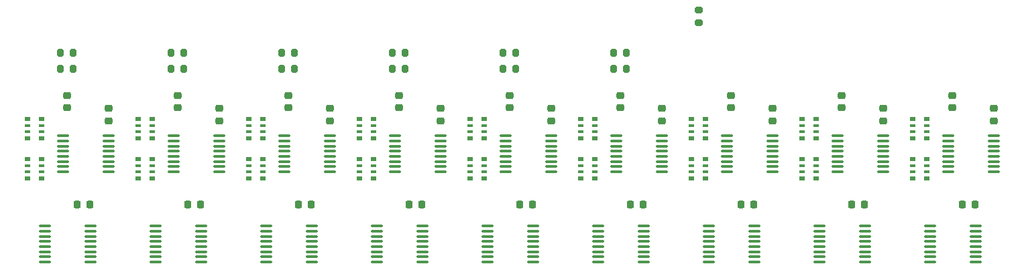
<source format=gbr>
%TF.GenerationSoftware,KiCad,Pcbnew,6.0.11+dfsg-1*%
%TF.CreationDate,2024-06-30T22:37:57-05:00*%
%TF.ProjectId,backplane_tracer,6261636b-706c-4616-9e65-5f7472616365,rev?*%
%TF.SameCoordinates,Original*%
%TF.FileFunction,Paste,Top*%
%TF.FilePolarity,Positive*%
%FSLAX46Y46*%
G04 Gerber Fmt 4.6, Leading zero omitted, Abs format (unit mm)*
G04 Created by KiCad (PCBNEW 6.0.11+dfsg-1) date 2024-06-30 22:37:57*
%MOMM*%
%LPD*%
G01*
G04 APERTURE LIST*
G04 Aperture macros list*
%AMRoundRect*
0 Rectangle with rounded corners*
0 $1 Rounding radius*
0 $2 $3 $4 $5 $6 $7 $8 $9 X,Y pos of 4 corners*
0 Add a 4 corners polygon primitive as box body*
4,1,4,$2,$3,$4,$5,$6,$7,$8,$9,$2,$3,0*
0 Add four circle primitives for the rounded corners*
1,1,$1+$1,$2,$3*
1,1,$1+$1,$4,$5*
1,1,$1+$1,$6,$7*
1,1,$1+$1,$8,$9*
0 Add four rect primitives between the rounded corners*
20,1,$1+$1,$2,$3,$4,$5,0*
20,1,$1+$1,$4,$5,$6,$7,0*
20,1,$1+$1,$6,$7,$8,$9,0*
20,1,$1+$1,$8,$9,$2,$3,0*%
G04 Aperture macros list end*
%ADD10RoundRect,0.200000X0.200000X0.275000X-0.200000X0.275000X-0.200000X-0.275000X0.200000X-0.275000X0*%
%ADD11RoundRect,0.200000X-0.200000X-0.275000X0.200000X-0.275000X0.200000X0.275000X-0.200000X0.275000X0*%
%ADD12RoundRect,0.200000X0.275000X-0.200000X0.275000X0.200000X-0.275000X0.200000X-0.275000X-0.200000X0*%
%ADD13RoundRect,0.225000X0.225000X0.250000X-0.225000X0.250000X-0.225000X-0.250000X0.225000X-0.250000X0*%
%ADD14R,0.800000X0.500000*%
%ADD15R,0.800000X0.400000*%
%ADD16RoundRect,0.225000X0.250000X-0.225000X0.250000X0.225000X-0.250000X0.225000X-0.250000X-0.225000X0*%
%ADD17RoundRect,0.100000X-0.637500X-0.100000X0.637500X-0.100000X0.637500X0.100000X-0.637500X0.100000X0*%
G04 APERTURE END LIST*
D10*
%TO.C,R13*%
X79541500Y-72136000D03*
X77891500Y-72136000D03*
%TD*%
D11*
%TO.C,R12*%
X77891500Y-74168000D03*
X79541500Y-74168000D03*
%TD*%
D10*
%TO.C,R11*%
X93511500Y-72136000D03*
X91861500Y-72136000D03*
%TD*%
D11*
%TO.C,R10*%
X91861500Y-74168000D03*
X93511500Y-74168000D03*
%TD*%
D10*
%TO.C,R9*%
X107481500Y-72136000D03*
X105831500Y-72136000D03*
%TD*%
D11*
%TO.C,R8*%
X105831500Y-74168000D03*
X107481500Y-74168000D03*
%TD*%
D10*
%TO.C,R7*%
X121475000Y-72136000D03*
X119825000Y-72136000D03*
%TD*%
D11*
%TO.C,R6*%
X119825000Y-74168000D03*
X121475000Y-74168000D03*
%TD*%
D10*
%TO.C,R5*%
X135445000Y-72136000D03*
X133795000Y-72136000D03*
%TD*%
D11*
%TO.C,R4*%
X133795000Y-74168000D03*
X135445000Y-74168000D03*
%TD*%
D10*
%TO.C,R3*%
X149415000Y-72136000D03*
X147765000Y-72136000D03*
%TD*%
D11*
%TO.C,R2*%
X147765000Y-74168000D03*
X149415000Y-74168000D03*
%TD*%
D12*
%TO.C,R1*%
X158496000Y-68365500D03*
X158496000Y-66715500D03*
%TD*%
D13*
%TO.C,C26*%
X81633000Y-91354000D03*
X80083000Y-91354000D03*
%TD*%
D14*
%TO.C,RN13*%
X101727000Y-80588000D03*
D15*
X101727000Y-81388000D03*
X101727000Y-82188000D03*
D14*
X101727000Y-82988000D03*
X103527000Y-82988000D03*
D15*
X103527000Y-82188000D03*
X103527000Y-81388000D03*
D14*
X103527000Y-80588000D03*
%TD*%
D16*
%TO.C,C21*%
X111963200Y-80785000D03*
X111963200Y-79235000D03*
%TD*%
%TO.C,C1*%
X190500000Y-79134000D03*
X190500000Y-77584000D03*
%TD*%
D17*
%TO.C,U1*%
X190050500Y-82688000D03*
X190050500Y-83338000D03*
X190050500Y-83988000D03*
X190050500Y-84638000D03*
X190050500Y-85288000D03*
X190050500Y-85938000D03*
X190050500Y-86588000D03*
X190050500Y-87238000D03*
X195775500Y-87238000D03*
X195775500Y-86588000D03*
X195775500Y-85938000D03*
X195775500Y-85288000D03*
X195775500Y-84638000D03*
X195775500Y-83988000D03*
X195775500Y-83338000D03*
X195775500Y-82688000D03*
%TD*%
D16*
%TO.C,C25*%
X78740000Y-79134000D03*
X78740000Y-77584000D03*
%TD*%
D17*
%TO.C,U9*%
X134170500Y-82688000D03*
X134170500Y-83338000D03*
X134170500Y-83988000D03*
X134170500Y-84638000D03*
X134170500Y-85288000D03*
X134170500Y-85938000D03*
X134170500Y-86588000D03*
X134170500Y-87238000D03*
X139895500Y-87238000D03*
X139895500Y-86588000D03*
X139895500Y-85938000D03*
X139895500Y-85288000D03*
X139895500Y-84638000D03*
X139895500Y-83988000D03*
X139895500Y-83338000D03*
X139895500Y-82688000D03*
%TD*%
D14*
%TO.C,RN10*%
X129667000Y-85668000D03*
D15*
X129667000Y-86468000D03*
X129667000Y-87268000D03*
D14*
X129667000Y-88068000D03*
X131467000Y-88068000D03*
D15*
X131467000Y-87268000D03*
X131467000Y-86468000D03*
D14*
X131467000Y-85668000D03*
%TD*%
D17*
%TO.C,U18*%
X76004500Y-94118000D03*
X76004500Y-94768000D03*
X76004500Y-95418000D03*
X76004500Y-96068000D03*
X76004500Y-96718000D03*
X76004500Y-97368000D03*
X76004500Y-98018000D03*
X76004500Y-98668000D03*
X81729500Y-98668000D03*
X81729500Y-98018000D03*
X81729500Y-97368000D03*
X81729500Y-96718000D03*
X81729500Y-96068000D03*
X81729500Y-95418000D03*
X81729500Y-94768000D03*
X81729500Y-94118000D03*
%TD*%
D13*
%TO.C,C8*%
X165453000Y-91354000D03*
X163903000Y-91354000D03*
%TD*%
%TO.C,C2*%
X193393000Y-91354000D03*
X191843000Y-91354000D03*
%TD*%
D14*
%TO.C,RN7*%
X143637000Y-80588000D03*
D15*
X143637000Y-81388000D03*
X143637000Y-82188000D03*
D14*
X143637000Y-82988000D03*
X145437000Y-82988000D03*
D15*
X145437000Y-82188000D03*
X145437000Y-81388000D03*
D14*
X145437000Y-80588000D03*
%TD*%
D13*
%TO.C,C14*%
X137513000Y-91354000D03*
X135963000Y-91354000D03*
%TD*%
D16*
%TO.C,C15*%
X139903200Y-80785000D03*
X139903200Y-79235000D03*
%TD*%
D17*
%TO.C,U14*%
X103944500Y-94118000D03*
X103944500Y-94768000D03*
X103944500Y-95418000D03*
X103944500Y-96068000D03*
X103944500Y-96718000D03*
X103944500Y-97368000D03*
X103944500Y-98018000D03*
X103944500Y-98668000D03*
X109669500Y-98668000D03*
X109669500Y-98018000D03*
X109669500Y-97368000D03*
X109669500Y-96718000D03*
X109669500Y-96068000D03*
X109669500Y-95418000D03*
X109669500Y-94768000D03*
X109669500Y-94118000D03*
%TD*%
%TO.C,U7*%
X148140500Y-82688000D03*
X148140500Y-83338000D03*
X148140500Y-83988000D03*
X148140500Y-84638000D03*
X148140500Y-85288000D03*
X148140500Y-85938000D03*
X148140500Y-86588000D03*
X148140500Y-87238000D03*
X153865500Y-87238000D03*
X153865500Y-86588000D03*
X153865500Y-85938000D03*
X153865500Y-85288000D03*
X153865500Y-84638000D03*
X153865500Y-83988000D03*
X153865500Y-83338000D03*
X153865500Y-82688000D03*
%TD*%
D14*
%TO.C,RN16*%
X87757000Y-85668000D03*
D15*
X87757000Y-86468000D03*
X87757000Y-87268000D03*
D14*
X87757000Y-88068000D03*
X89557000Y-88068000D03*
D15*
X89557000Y-87268000D03*
X89557000Y-86468000D03*
D14*
X89557000Y-85668000D03*
%TD*%
D17*
%TO.C,U16*%
X89974500Y-94118000D03*
X89974500Y-94768000D03*
X89974500Y-95418000D03*
X89974500Y-96068000D03*
X89974500Y-96718000D03*
X89974500Y-97368000D03*
X89974500Y-98018000D03*
X89974500Y-98668000D03*
X95699500Y-98668000D03*
X95699500Y-98018000D03*
X95699500Y-97368000D03*
X95699500Y-96718000D03*
X95699500Y-96068000D03*
X95699500Y-95418000D03*
X95699500Y-94768000D03*
X95699500Y-94118000D03*
%TD*%
%TO.C,U8*%
X145854500Y-94118000D03*
X145854500Y-94768000D03*
X145854500Y-95418000D03*
X145854500Y-96068000D03*
X145854500Y-96718000D03*
X145854500Y-97368000D03*
X145854500Y-98018000D03*
X145854500Y-98668000D03*
X151579500Y-98668000D03*
X151579500Y-98018000D03*
X151579500Y-97368000D03*
X151579500Y-96718000D03*
X151579500Y-96068000D03*
X151579500Y-95418000D03*
X151579500Y-94768000D03*
X151579500Y-94118000D03*
%TD*%
%TO.C,U4*%
X173794500Y-94118000D03*
X173794500Y-94768000D03*
X173794500Y-95418000D03*
X173794500Y-96068000D03*
X173794500Y-96718000D03*
X173794500Y-97368000D03*
X173794500Y-98018000D03*
X173794500Y-98668000D03*
X179519500Y-98668000D03*
X179519500Y-98018000D03*
X179519500Y-97368000D03*
X179519500Y-96718000D03*
X179519500Y-96068000D03*
X179519500Y-95418000D03*
X179519500Y-94768000D03*
X179519500Y-94118000D03*
%TD*%
D13*
%TO.C,C17*%
X123543000Y-91354000D03*
X121993000Y-91354000D03*
%TD*%
D14*
%TO.C,RN14*%
X101727000Y-85668000D03*
D15*
X101727000Y-86468000D03*
X101727000Y-87268000D03*
D14*
X101727000Y-88068000D03*
X103527000Y-88068000D03*
D15*
X103527000Y-87268000D03*
X103527000Y-86468000D03*
D14*
X103527000Y-85668000D03*
%TD*%
D16*
%TO.C,C13*%
X134620000Y-79134000D03*
X134620000Y-77584000D03*
%TD*%
%TO.C,C3*%
X195783200Y-80785000D03*
X195783200Y-79235000D03*
%TD*%
%TO.C,C27*%
X84023200Y-80785000D03*
X84023200Y-79235000D03*
%TD*%
%TO.C,C19*%
X106680000Y-79134000D03*
X106680000Y-77584000D03*
%TD*%
D14*
%TO.C,RN4*%
X171577000Y-85668000D03*
D15*
X171577000Y-86468000D03*
X171577000Y-87268000D03*
D14*
X171577000Y-88068000D03*
X173377000Y-88068000D03*
D15*
X173377000Y-87268000D03*
X173377000Y-86468000D03*
D14*
X173377000Y-85668000D03*
%TD*%
D17*
%TO.C,U2*%
X187764500Y-94118000D03*
X187764500Y-94768000D03*
X187764500Y-95418000D03*
X187764500Y-96068000D03*
X187764500Y-96718000D03*
X187764500Y-97368000D03*
X187764500Y-98018000D03*
X187764500Y-98668000D03*
X193489500Y-98668000D03*
X193489500Y-98018000D03*
X193489500Y-97368000D03*
X193489500Y-96718000D03*
X193489500Y-96068000D03*
X193489500Y-95418000D03*
X193489500Y-94768000D03*
X193489500Y-94118000D03*
%TD*%
D14*
%TO.C,RN11*%
X115697000Y-80588000D03*
D15*
X115697000Y-81388000D03*
X115697000Y-82188000D03*
D14*
X115697000Y-82988000D03*
X117497000Y-82988000D03*
D15*
X117497000Y-82188000D03*
X117497000Y-81388000D03*
D14*
X117497000Y-80588000D03*
%TD*%
%TO.C,RN17*%
X73787000Y-80588000D03*
D15*
X73787000Y-81388000D03*
X73787000Y-82188000D03*
D14*
X73787000Y-82988000D03*
X75587000Y-82988000D03*
D15*
X75587000Y-82188000D03*
X75587000Y-81388000D03*
D14*
X75587000Y-80588000D03*
%TD*%
D16*
%TO.C,C12*%
X153873200Y-80785000D03*
X153873200Y-79235000D03*
%TD*%
D14*
%TO.C,RN2*%
X185547000Y-85668000D03*
D15*
X185547000Y-86468000D03*
X185547000Y-87268000D03*
D14*
X185547000Y-88068000D03*
X187347000Y-88068000D03*
D15*
X187347000Y-87268000D03*
X187347000Y-86468000D03*
D14*
X187347000Y-85668000D03*
%TD*%
D13*
%TO.C,C20*%
X109573000Y-91354000D03*
X108023000Y-91354000D03*
%TD*%
D16*
%TO.C,C6*%
X181813200Y-80785000D03*
X181813200Y-79235000D03*
%TD*%
%TO.C,C22*%
X92710000Y-79134000D03*
X92710000Y-77584000D03*
%TD*%
D17*
%TO.C,U6*%
X159824500Y-94118000D03*
X159824500Y-94768000D03*
X159824500Y-95418000D03*
X159824500Y-96068000D03*
X159824500Y-96718000D03*
X159824500Y-97368000D03*
X159824500Y-98018000D03*
X159824500Y-98668000D03*
X165549500Y-98668000D03*
X165549500Y-98018000D03*
X165549500Y-97368000D03*
X165549500Y-96718000D03*
X165549500Y-96068000D03*
X165549500Y-95418000D03*
X165549500Y-94768000D03*
X165549500Y-94118000D03*
%TD*%
D16*
%TO.C,C7*%
X162560000Y-79134000D03*
X162560000Y-77584000D03*
%TD*%
D17*
%TO.C,U12*%
X117914500Y-94118000D03*
X117914500Y-94768000D03*
X117914500Y-95418000D03*
X117914500Y-96068000D03*
X117914500Y-96718000D03*
X117914500Y-97368000D03*
X117914500Y-98018000D03*
X117914500Y-98668000D03*
X123639500Y-98668000D03*
X123639500Y-98018000D03*
X123639500Y-97368000D03*
X123639500Y-96718000D03*
X123639500Y-96068000D03*
X123639500Y-95418000D03*
X123639500Y-94768000D03*
X123639500Y-94118000D03*
%TD*%
D14*
%TO.C,RN1*%
X185547000Y-80588000D03*
D15*
X185547000Y-81388000D03*
X185547000Y-82188000D03*
D14*
X185547000Y-82988000D03*
X187347000Y-82988000D03*
D15*
X187347000Y-82188000D03*
X187347000Y-81388000D03*
D14*
X187347000Y-80588000D03*
%TD*%
D17*
%TO.C,U17*%
X78290500Y-82688000D03*
X78290500Y-83338000D03*
X78290500Y-83988000D03*
X78290500Y-84638000D03*
X78290500Y-85288000D03*
X78290500Y-85938000D03*
X78290500Y-86588000D03*
X78290500Y-87238000D03*
X84015500Y-87238000D03*
X84015500Y-86588000D03*
X84015500Y-85938000D03*
X84015500Y-85288000D03*
X84015500Y-84638000D03*
X84015500Y-83988000D03*
X84015500Y-83338000D03*
X84015500Y-82688000D03*
%TD*%
D14*
%TO.C,RN12*%
X115697000Y-85668000D03*
D15*
X115697000Y-86468000D03*
X115697000Y-87268000D03*
D14*
X115697000Y-88068000D03*
X117497000Y-88068000D03*
D15*
X117497000Y-87268000D03*
X117497000Y-86468000D03*
D14*
X117497000Y-85668000D03*
%TD*%
D13*
%TO.C,C23*%
X95603000Y-91354000D03*
X94053000Y-91354000D03*
%TD*%
%TO.C,C11*%
X151483000Y-91354000D03*
X149933000Y-91354000D03*
%TD*%
D17*
%TO.C,U3*%
X176080500Y-82688000D03*
X176080500Y-83338000D03*
X176080500Y-83988000D03*
X176080500Y-84638000D03*
X176080500Y-85288000D03*
X176080500Y-85938000D03*
X176080500Y-86588000D03*
X176080500Y-87238000D03*
X181805500Y-87238000D03*
X181805500Y-86588000D03*
X181805500Y-85938000D03*
X181805500Y-85288000D03*
X181805500Y-84638000D03*
X181805500Y-83988000D03*
X181805500Y-83338000D03*
X181805500Y-82688000D03*
%TD*%
D16*
%TO.C,C16*%
X120650000Y-79134000D03*
X120650000Y-77584000D03*
%TD*%
D17*
%TO.C,U13*%
X106230500Y-82688000D03*
X106230500Y-83338000D03*
X106230500Y-83988000D03*
X106230500Y-84638000D03*
X106230500Y-85288000D03*
X106230500Y-85938000D03*
X106230500Y-86588000D03*
X106230500Y-87238000D03*
X111955500Y-87238000D03*
X111955500Y-86588000D03*
X111955500Y-85938000D03*
X111955500Y-85288000D03*
X111955500Y-84638000D03*
X111955500Y-83988000D03*
X111955500Y-83338000D03*
X111955500Y-82688000D03*
%TD*%
%TO.C,U10*%
X131884500Y-94118000D03*
X131884500Y-94768000D03*
X131884500Y-95418000D03*
X131884500Y-96068000D03*
X131884500Y-96718000D03*
X131884500Y-97368000D03*
X131884500Y-98018000D03*
X131884500Y-98668000D03*
X137609500Y-98668000D03*
X137609500Y-98018000D03*
X137609500Y-97368000D03*
X137609500Y-96718000D03*
X137609500Y-96068000D03*
X137609500Y-95418000D03*
X137609500Y-94768000D03*
X137609500Y-94118000D03*
%TD*%
D16*
%TO.C,C18*%
X125933200Y-80785000D03*
X125933200Y-79235000D03*
%TD*%
%TO.C,C9*%
X167843200Y-80785000D03*
X167843200Y-79235000D03*
%TD*%
D14*
%TO.C,RN3*%
X171577000Y-80588000D03*
D15*
X171577000Y-81388000D03*
X171577000Y-82188000D03*
D14*
X171577000Y-82988000D03*
X173377000Y-82988000D03*
D15*
X173377000Y-82188000D03*
X173377000Y-81388000D03*
D14*
X173377000Y-80588000D03*
%TD*%
%TO.C,RN9*%
X129667000Y-80588000D03*
D15*
X129667000Y-81388000D03*
X129667000Y-82188000D03*
D14*
X129667000Y-82988000D03*
X131467000Y-82988000D03*
D15*
X131467000Y-82188000D03*
X131467000Y-81388000D03*
D14*
X131467000Y-80588000D03*
%TD*%
D17*
%TO.C,U5*%
X162110500Y-82688000D03*
X162110500Y-83338000D03*
X162110500Y-83988000D03*
X162110500Y-84638000D03*
X162110500Y-85288000D03*
X162110500Y-85938000D03*
X162110500Y-86588000D03*
X162110500Y-87238000D03*
X167835500Y-87238000D03*
X167835500Y-86588000D03*
X167835500Y-85938000D03*
X167835500Y-85288000D03*
X167835500Y-84638000D03*
X167835500Y-83988000D03*
X167835500Y-83338000D03*
X167835500Y-82688000D03*
%TD*%
D14*
%TO.C,RN18*%
X73787000Y-85668000D03*
D15*
X73787000Y-86468000D03*
X73787000Y-87268000D03*
D14*
X73787000Y-88068000D03*
X75587000Y-88068000D03*
D15*
X75587000Y-87268000D03*
X75587000Y-86468000D03*
D14*
X75587000Y-85668000D03*
%TD*%
%TO.C,RN8*%
X143637000Y-85668000D03*
D15*
X143637000Y-86468000D03*
X143637000Y-87268000D03*
D14*
X143637000Y-88068000D03*
X145437000Y-88068000D03*
D15*
X145437000Y-87268000D03*
X145437000Y-86468000D03*
D14*
X145437000Y-85668000D03*
%TD*%
D16*
%TO.C,C24*%
X97993200Y-80785000D03*
X97993200Y-79235000D03*
%TD*%
%TO.C,C10*%
X148590000Y-79134000D03*
X148590000Y-77584000D03*
%TD*%
D14*
%TO.C,RN6*%
X157607000Y-85668000D03*
D15*
X157607000Y-86468000D03*
X157607000Y-87268000D03*
D14*
X157607000Y-88068000D03*
X159407000Y-88068000D03*
D15*
X159407000Y-87268000D03*
X159407000Y-86468000D03*
D14*
X159407000Y-85668000D03*
%TD*%
%TO.C,RN5*%
X157607000Y-80588000D03*
D15*
X157607000Y-81388000D03*
X157607000Y-82188000D03*
D14*
X157607000Y-82988000D03*
X159407000Y-82988000D03*
D15*
X159407000Y-82188000D03*
X159407000Y-81388000D03*
D14*
X159407000Y-80588000D03*
%TD*%
D13*
%TO.C,C5*%
X179423000Y-91354000D03*
X177873000Y-91354000D03*
%TD*%
D14*
%TO.C,RN15*%
X87757000Y-80588000D03*
D15*
X87757000Y-81388000D03*
X87757000Y-82188000D03*
D14*
X87757000Y-82988000D03*
X89557000Y-82988000D03*
D15*
X89557000Y-82188000D03*
X89557000Y-81388000D03*
D14*
X89557000Y-80588000D03*
%TD*%
D17*
%TO.C,U11*%
X120200500Y-82688000D03*
X120200500Y-83338000D03*
X120200500Y-83988000D03*
X120200500Y-84638000D03*
X120200500Y-85288000D03*
X120200500Y-85938000D03*
X120200500Y-86588000D03*
X120200500Y-87238000D03*
X125925500Y-87238000D03*
X125925500Y-86588000D03*
X125925500Y-85938000D03*
X125925500Y-85288000D03*
X125925500Y-84638000D03*
X125925500Y-83988000D03*
X125925500Y-83338000D03*
X125925500Y-82688000D03*
%TD*%
D16*
%TO.C,C4*%
X176530000Y-79134000D03*
X176530000Y-77584000D03*
%TD*%
D17*
%TO.C,U15*%
X92260500Y-82688000D03*
X92260500Y-83338000D03*
X92260500Y-83988000D03*
X92260500Y-84638000D03*
X92260500Y-85288000D03*
X92260500Y-85938000D03*
X92260500Y-86588000D03*
X92260500Y-87238000D03*
X97985500Y-87238000D03*
X97985500Y-86588000D03*
X97985500Y-85938000D03*
X97985500Y-85288000D03*
X97985500Y-84638000D03*
X97985500Y-83988000D03*
X97985500Y-83338000D03*
X97985500Y-82688000D03*
%TD*%
M02*

</source>
